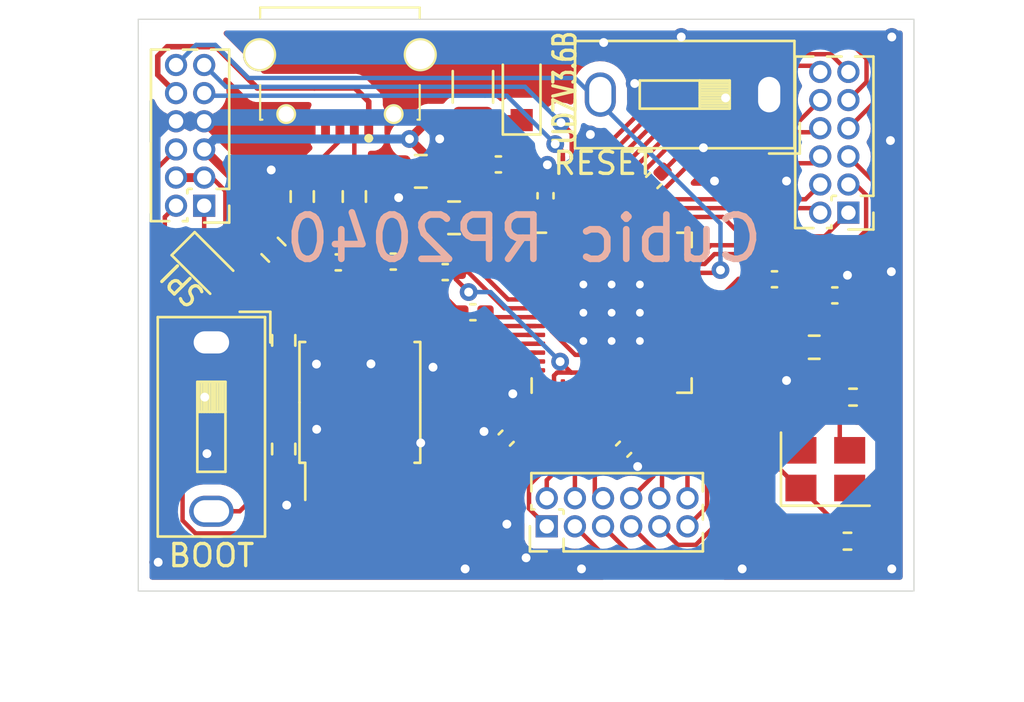
<source format=kicad_pcb>
(kicad_pcb (version 20211014) (generator pcbnew)
  (layers (0 "F.Cu" signal) (31 "B.Cu" signal) (34 "B.Paste" user) (35 "F.Paste" user) (36 "B.SilkS" user "B.Silkscreen") (37 "F.SilkS" user "F.Silkscreen") (38 "B.Mask" user) (39 "F.Mask" user) (44 "Edge.Cuts" user))
  (net 0 "")
  (net 1 "+1V1")
  (net 2 "GND")
  (net 3 "/XIN")
  (net 4 "VDD")
  (net 5 "/~{RESET}")
  (net 6 "/GPIO3")
  (net 7 "/GPIO2")
  (net 8 "/GPIO1")
  (net 9 "/GPIO0")
  (net 10 "/GPIO4")
  (net 11 "/GPIO5")
  (net 12 "/GPIO6")
  (net 13 "/GPIO7")
  (net 14 "/GPIO8")
  (net 15 "/GPIO9")
  (net 16 "/GPIO10")
  (net 17 "/GPIO11")
  (net 18 "/GPIO12")
  (net 19 "/GPIO13")
  (net 20 "/GPIO14")
  (net 21 "/GPIO15")
  (net 22 "/GPIO16")
  (net 23 "/GPIO17")
  (net 24 "/GPIO18")
  (net 25 "/GPIO19")
  (net 26 "/GPIO20")
  (net 27 "/GPIO21")
  (net 28 "+3V3")
  (net 29 "/GPIO22")
  (net 30 "/GPIO23")
  (net 31 "/GPIO24")
  (net 32 "/GPIO25")
  (net 33 "/GPIO26")
  (net 34 "/GPIO27")
  (net 35 "/GPIO28")
  (net 36 "/GPIO29")
  (net 37 "Net-(R1-Pad1)")
  (net 38 "/USB_DP")
  (net 39 "Net-(R2-Pad1)")
  (net 40 "/USB_DM")
  (net 41 "/QSPI_SS")
  (net 42 "Net-(R4-Pad1)")
  (net 43 "/XOUT")
  (net 44 "/QSPI_SD1")
  (net 45 "/QSPI_SD2")
  (net 46 "/QSPI_SD0")
  (net 47 "/QSPI_SCLK_X")
  (net 48 "/QSPI_SD3")
  (net 49 "Net-(D1-Pad2)")
  (net 53 "Net-(R5-Pad2)")
  (footprint "Capacitor_SMD:C_0805_2012Metric" (layer "F.Cu") (at 157.25 133.659389 180)
    (fp_text reference "C11" hide)
    (fp_text value "1.0u")
  )
  (footprint "Capacitor_SMD:C_0402_1005Metric_Pad0.74x0.62mm_HandSolder" (layer "F.Cu") (at 154.506002 135.63493 180)
    (fp_text reference "C9" hide)
    (fp_text value "0.1u")
  )
  (footprint "Capacitor_SMD:C_0402_1005Metric_Pad0.74x0.62mm_HandSolder" (layer "F.Cu") (at 159.25 131.25 180)
    (fp_text reference "C4" hide)
    (fp_text value "0.1u")
  )
  (footprint "Connector_PinHeader_1.27mm:PinHeader_2x06_P1.27mm_Vertical" (layer "F.Cu") (at 161.431443 147.57925 90)
    (fp_text reference "J1" hide)
    (fp_text value "Conn_02x06_Odd_Even")
  )
  (footprint "Capacitor_SMD:C_0402_1005Metric_Pad0.74x0.62mm_HandSolder" (layer "F.Cu") (at 161.377116 132.663997 90)
    (fp_text reference "C3" hide)
    (fp_text value "0.1u")
  )
  (footprint "Capacitor_SMD:C_0805_2012Metric" (layer "F.Cu") (at 155.75 131.563244 180)
    (fp_text reference "C1" hide)
    (fp_text value "1.0u")
  )
  (footprint "Resistor_SMD:R_0603_1608Metric" (layer "F.Cu") (at 173.5 139.5)
    (fp_text reference "R5" hide)
    (fp_text value "1k")
  )
  (footprint "Resistor_SMD:R_0603_1608Metric" (layer "F.Cu") (at 149.1 135.1 -45)
    (fp_text reference "R6" hide)
    (fp_text value "220")
  )
  (footprint "Resistor_SMD:R_0402_1005Metric_Pad0.72x0.64mm_HandSolder" (layer "F.Cu") (at 175.25 141.75 180)
    (fp_text reference "C16" hide)
    (fp_text value "22p")
  )
  (footprint "Connector_PinHeader_1.27mm:PinHeader_2x06_P1.27mm_Vertical" (layer "F.Cu") (at 145.974536 133.114295 180)
    (fp_text reference "J2" hide)
    (fp_text value "Conn_02x06_Odd_Even")
  )
  (footprint "Resistor_SMD:R_0603_1608Metric" (layer "F.Cu") (at 150.4 132.7 90)
    (fp_text reference "R1" hide)
    (fp_text value "27")
  )
  (footprint "Capacitor_SMD:C_0402_1005Metric_Pad0.74x0.62mm_HandSolder" (layer "F.Cu") (at 166.255712 131.980299 45)
    (fp_text reference "C8" hide)
    (fp_text value "0.1u")
  )
  (footprint "Capacitor_SMD:C_0402_1005Metric_Pad0.74x0.62mm_HandSolder" (layer "F.Cu") (at 156.850693 136.108728 180)
    (fp_text reference "C7" hide)
    (fp_text value "0.1u")
  )
  (footprint "Capacitor_SMD:C_0402_1005Metric_Pad0.74x0.62mm_HandSolder" (layer "F.Cu") (at 174.428923 137.159519)
    (fp_text reference "C10" hide)
    (fp_text value "0.1u")
  )
  (footprint "Capacitor_SMD:C_0402_1005Metric_Pad0.74x0.62mm_HandSolder" (layer "F.Cu") (at 171.70684 136.4323)
    (fp_text reference "C12" hide)
    (fp_text value "0.1u")
  )
  (footprint "LED_SMD:LED_0603_1608Metric_Pad1.05x0.95mm_HandSolder" (layer "F.Cu") (at 146.2 136 -45)
    (fp_text reference "D1" hide)
    (fp_text value "LED")
  )
  (footprint "Resistor_SMD:R_0603_1608Metric" (layer "F.Cu") (at 149.563197 144.091164 90)
    (fp_text reference "R4" hide)
    (fp_text value "1k")
  )
  (footprint "Capacitor_SMD:C_1206_3216Metric" (layer "F.Cu") (at 158.1 127.75 90)
    (fp_text reference "C18" hide)
    (fp_text value "100u")
  )
  (footprint "Resistor_SMD:R_0402_1005Metric_Pad0.72x0.64mm_HandSolder" (layer "F.Cu") (at 175 148.25 180)
    (fp_text reference "C15" hide)
    (fp_text value "22p")
  )
  (footprint "Resistor_SMD:R_0603_1608Metric" (layer "F.Cu") (at 149.563197 139.189894 90)
    (fp_text reference "R3" hide)
    (fp_text value "10k")
  )
  (footprint "Capacitor_SMD:C_0402_1005Metric_Pad0.74x0.62mm_HandSolder" (layer "F.Cu") (at 158.1 137.919928 180)
    (fp_text reference "C13" hide)
    (fp_text value "0.1u")
  )
  (footprint "Package_SO:SOIC-8_5.23x5.23mm_P1.27mm" (layer "F.Cu") (at 153 141.987817 90)
    (fp_text reference "U3" hide)
    (fp_text value "W25Q128JVS")
  )
  (footprint "Resistor_SMD:R_0603_1608Metric" (layer "F.Cu") (at 152.75 132.7 90)
    (fp_text reference "R2" hide)
    (fp_text value "27")
  )
  (footprint "Capacitor_SMD:C_0402_1005Metric_Pad0.74x0.62mm_HandSolder" (layer "F.Cu") (at 164.9 144.1 -135)
    (fp_text reference "C5" hide)
    (fp_text value "0.1u")
  )
  (footprint "RP2040_minimal:RP2040-QFN-56" (layer "F.Cu") (at 164.359214 137.942355 90)
    (fp_text reference "U1" hide)
    (fp_text value "RP2040")
  )
  (footprint "Connector_PinHeader_1.27mm:PinHeader_2x06_P1.27mm_Vertical" (layer "F.Cu") (at 175.041329 133.427164 180)
    (fp_text reference "J4" hide)
    (fp_text value "Conn_02x06_Odd_Even")
  )
  (footprint "Button_Switch_THT:SW_DIP_SPSTx01_Slide_9.78x4.72mm_W7.62mm_P2.54mm" (layer "F.Cu") (at 171.4675 128.1 180)
    (fp_text reference "SW2" hide)
    (fp_text value "SW_Push")
  )
  (footprint "Diode_SMD:D_SOD-323_HandSoldering" (layer "F.Cu") (at 160.3 128 90)
    (fp_text reference "D2" hide)
    (fp_text value "UDZV3.6B")
  )
  (footprint "Capacitor_SMD:C_0402_1005Metric_Pad0.74x0.62mm_HandSolder" (layer "F.Cu") (at 159.6 143.6 -135)
    (fp_text reference "C6" hide)
    (fp_text value "0.1u")
  )
  (footprint "MICROXNJ:MICROXNJ" (layer "F.Cu") (at 152.1 126.3)
    (fp_text reference "J3" hide)
    (fp_text value "MICROXNJ" hide)
  )
  (footprint "Button_Switch_THT:SW_DIP_SPSTx01_Slide_9.78x4.72mm_W7.62mm_P2.54mm" (layer "F.Cu") (at 146.3 139.28 -90)
    (fp_text reference "SW1" hide)
    (fp_text value "SW_Push")
  )
  (footprint "Capacitor_SMD:C_0402_1005Metric_Pad0.74x0.62mm_HandSolder" (layer "F.Cu") (at 152.025568 135.670691)
    (fp_text reference "C19" hide)
    (fp_text value "0.1u")
  )
  (footprint "Crystal:Crystal_SMD_3225-4Pin_3.2x2.5mm" (layer "F.Cu") (at 174 145)
    (fp_text reference "Y1" hide)
    (fp_text value "12MHz_Crystal")
  )
  (gr_line (start 178 150.5) (end 178 124.7) (layer "Edge.Cuts") (width 0.05))
  (gr_line (start 143 150.5) (end 143 124.7) (layer "Edge.Cuts") (width 0.05))
  (gr_line (start 143 150.5) (end 178 150.5) (layer "Edge.Cuts") (width 0.05))
  (gr_line (start 143 124.7) (end 178 124.7) (layer "Edge.Cuts") (width 0.05))
  (gr_text "Cubic RP2040" (at 160.4 134.6) (layer "B.SilkS") (effects (font (size 2 2) (thickness 0.3)) (justify mirror)))
  (gr_text "BOOT" (at 146.3 148.8975) (layer "F.SilkS") (effects (font (size 1 1))))
  (gr_text "SPI" (at 145 136.7 135) (layer "F.SilkS") (effects (font (size 1 0.8))))
  (gr_text "UDZV3.6B" (at 162.25 127.8 90) (layer "F.SilkS") (effects (font (size 1 0.7))))
  (gr_text "RESET" (at 164 131.2) (layer "F.SilkS") (effects (font (size 1 1))))
  (segment (start 167.098553 137.342355) (end 166.442151 137.998757) (width 0.2) (layer "F.Cu") (net 1))
  (segment (start 158.889927 138.142355) (end 158.6675 137.919928) (width 0.2) (layer "F.Cu") (net 1))
  (segment (start 160.921714 138.142355) (end 161.454189 138.142355) (width 0.2) (layer "F.Cu") (net 1))
  (segment (start 161.454189 136.142355) (end 160.921714 136.142355) (width 0.2) (layer "F.Cu") (net 1))
  (segment (start 169.157222 137.342355) (end 170.081405 136.418172) (width 0.2) (layer "F.Cu") (net 1))
  (segment (start 161.659214 136.34738) (end 161.454189 136.142355) (width 0.2) (layer "F.Cu") (net 1))
  (segment (start 165.970013 139.842355) (end 162.719303 139.842355) (width 0.2) (layer "F.Cu") (net 1))
  (segment (start 165.984569 139.856911) (end 165.970013 139.842355) (width 0.2) (layer "F.Cu") (net 1))
  (segment (start 158.2 134.074016) (end 158.2 133.659389) (width 0.2) (layer "F.Cu") (net 1))
  (segment (start 160.921714 138.142355) (end 158.889927 138.142355) (width 0.2) (layer "F.Cu") (net 1))
  (segment (start 162.719303 139.842355) (end 161.659214 138.782266) (width 0.2) (layer "F.Cu") (net 1))
  (segment (start 167.796714 137.342355) (end 169.157222 137.342355) (width 0.2) (layer "F.Cu") (net 1))
  (segment (start 166.442151 137.998757) (end 166.442151 139.399329) (width 0.2) (layer "F.Cu") (net 1))
  (segment (start 159.937992 135.812008) (end 158.2 134.074016) (width 0.2) (layer "F.Cu") (net 1))
  (segment (start 161.454189 138.142355) (end 161.659214 137.93733) (width 0.2) (layer "F.Cu") (net 1))
  (segment (start 160.268339 136.142355) (end 159.937992 135.812008) (width 0.2) (layer "F.Cu") (net 1))
  (segment (start 161.659214 137.93733) (end 161.659214 137.892128) (width 0.2) (layer "F.Cu") (net 1))
  (segment (start 161.659214 137.892128) (end 161.659214 136.34738) (width 0.2) (layer "F.Cu") (net 1))
  (segment (start 166.442151 139.399329) (end 165.984569 139.856911) (width 0.2) (layer "F.Cu") (net 1))
  (segment (start 160.921714 136.142355) (end 160.268339 136.142355) (width 0.2) (layer "F.Cu") (net 1))
  (segment (start 170.081405 136.418172) (end 171.212712 136.418172) (width 0.2) (layer "F.Cu") (net 1))
  (segment (start 167.796714 137.342355) (end 167.098553 137.342355) (width 0.2) (layer "F.Cu") (net 1))
  (segment (start 161.659214 138.782266) (end 161.659214 137.892128) (width 0.2) (layer "F.Cu") (net 1))
  (segment (start 174.181704 136.4323) (end 174.908923 137.159519) (width 0.2) (layer "F.Cu") (net 2))
  (segment (start 153.938502 135.63493) (end 154.548022 136.24445) (width 0.2) (layer "F.Cu") (net 2))
  (segment (start 153.663244 132.7) (end 154.031622 132.331622) (width 0.4) (layer "F.Cu") (net 2))
  (segment (start 148.486517 131.813483) (end 149.373034 132.7) (width 0.4) (layer "F.Cu") (net 2))
  (segment (start 151.76548 136.498279) (end 151.76548 141.01548) (width 0.2) (layer "F.Cu") (net 2))
  (segment (start 154.031622 132.331622) (end 154.8 131.563244) (width 0.4) (layer "F.Cu") (net 2))
  (segment (start 154.548022 136.24445) (end 155.25555 136.24445) (width 0.2) (layer "F.Cu") (net 2))
  (segment (start 172.18684 136.4323) (end 174.181704 136.4323) (width 0.2) (layer "F.Cu") (net 2))
  (segment (start 155.063825 131.563244) (end 155.063825 131.676396) (width 0.4) (layer "F.Cu") (net 2))
  (segment (start 152.593068 135.670691) (end 151.76548 136.498279) (width 0.2) (layer "F.Cu") (net 2))
  (segment (start 154.905 145.587817) (end 154.905 144.155) (width 0.2) (layer "F.Cu") (net 2))
  (segment (start 169.032235 138.942355) (end 167.796714 138.942355) (width 0.2) (layer "F.Cu") (net 2))
  (segment (start 149.373034 132.7) (end 153.663244 132.7) (width 0.4) (layer "F.Cu") (net 2))
  (segment (start 156.7 130.2) (end 157.6325 130.2) (width 0.4) (layer "F.Cu") (net 2))
  (segment (start 157.6325 130.2) (end 158.6825 131.25) (width 0.4) (layer "F.Cu") (net 2))
  (segment (start 145.974536 129.304295) (end 145.977329 129.304295) (width 0.4) (layer "F.Cu") (net 2))
  (segment (start 145.977329 129.304295) (end 148.486517 131.813483) (width 0.4) (layer "F.Cu") (net 2))
  (segment (start 161.377116 131.349616) (end 161.459714 131.267018) (width 0.2) (layer "F.Cu") (net 2))
  (segment (start 155.25555 136.24445) (end 156.147471 136.24445) (width 0.2) (layer "F.Cu") (net 2))
  (segment (start 156.147471 136.24445) (end 156.283193 136.108728) (width 0.2) (layer "F.Cu") (net 2))
  (segment (start 155.857022 136.24445) (end 157.5325 137.919928) (width 0.2) (layer "F.Cu") (net 2))
  (segment (start 170.25 149.5) (end 170.72519 149.02481) (width 0.2) (layer "F.Cu") (net 2))
  (segment (start 170.72519 140.63531) (end 169.032235 138.942355) (width 0.2) (layer "F.Cu") (net 2))
  (segment (start 161.377116 132.183997) (end 161.377116 131.349616) (width 0.2) (layer "F.Cu") (net 2))
  (segment (start 170.72519 149.02481) (end 170.72519 140.63531) (width 0.2) (layer "F.Cu") (net 2))
  (segment (start 154.905 144.155) (end 151.76548 141.01548) (width 0.2) (layer "F.Cu") (net 2))
  (segment (start 167.73748 130.498531) (end 166.656995 131.579016) (width 0.2) (layer "F.Cu") (net 2))
  (segment (start 156.6 130.1) (end 156.7 130.2) (width 0.4) (layer "F.Cu") (net 2))
  (segment (start 144.704536 129.304295) (end 145.974536 129.304295) (width 0.4) (layer "F.Cu") (net 2))
  (segment (start 168.5 130.498531) (end 167.73748 130.498531) (width 0.2) (layer "F.Cu") (net 2))
  (segment (start 155 145.492817) (end 154.905 145.587817) (width 0.2) (layer "F.Cu") (net 2))
  (segment (start 155.25555 136.24445) (end 155.857022 136.24445) (width 0.2) (layer "F.Cu") (net 2))
  (via (at 176.979438 136.088606) (size 0.8) (drill 0.4) (layers "F.Cu" "B.Cu") (net 2))
  (via (at 157.75 149.5) (size 0.8) (drill 0.4) (layers "F.Cu" "B.Cu") (net 2))
  (via (at 158.6 143.3) (size 0.8) (drill 0.4) (layers "F.Cu" "B.Cu") (net 2))
  (via (at 161.459714 131.267018) (size 0.8) (drill 0.4) (layers "F.Cu" "B.Cu") (net 2))
  (via (at 172.25 141) (size 0.8) (drill 0.4) (layers "F.Cu" "B.Cu") (net 2))
  (via (at 172.25 132) (size 0.8) (drill 0.4) (layers "F.Cu" "B.Cu") (net 2))
  (via (at 156.3 140.4) (size 0.8) (drill 0.4) (layers "F.Cu" "B.Cu") (net 2))
  (via (at 156.6 130.1) (size 0.8) (drill 0.4) (layers "F.Cu" "B.Cu") (net 2))
  (via (at 165.4 127.6) (size 0.8) (drill 0.4) (layers "F.Cu" "B.Cu") (net 2))
  (via (at 175 136.25) (size 0.8) (drill 0.4) (layers "F.Cu" "B.Cu") (net 2))
  (via (at 146 141.75) (size 0.8) (drill 0.4) (layers "F.Cu" "B.Cu") (net 2))
  (via (at 149 131.5) (size 0.8) (drill 0.4) (layers "F.Cu" "B.Cu") (net 2))
  (via (at 169 132) (size 0.8) (drill 0.4) (layers "F.Cu" "B.Cu") (net 2))
  (via (at 165.533388 144.880725) (size 0.8) (drill 0.4) (layers "F.Cu" "B.Cu") (net 2))
  (via (at 154.75 132.75) (size 0.8) (drill 0.4) (layers "F.Cu" "B.Cu") (net 2))
  (via (at 170.25 149.5) (size 0.8) (drill 0.4) (layers "F.Cu" "B.Cu") (net 2))
  (via (at 164 125.75) (size 0.8) (drill 0.4) (layers "F.Cu" "B.Cu") (net 2))
  (via (at 177 149.5) (size 0.8) (drill 0.4) (layers "F.Cu" "B.Cu") (net 2))
  (via (at 153.5 140.25) (size 0.8) (drill 0.4) (layers "F.Cu" "B.Cu") (net 2))
  (via (at 149.697128 146.6223) (size 0.8) (drill 0.4) (layers "F.Cu" "B.Cu") (net 2))
  (via (at 168.5 130.498531) (size 0.8) (drill 0.4) (layers "F.Cu" "B.Cu") (net 2))
  (via (at 163.4 129.9) (size 0.8) (drill 0.4) (layers "F.Cu" "B.Cu") (net 2))
  (via (at 176.938988 130.172742) (size 0.8) (drill 0.4) (layers "F.Cu" "B.Cu") (net 2))
  (via (at 151.040581 140.259716) (size 0.8) (drill 0.4) (layers "F.Cu" "B.Cu") (net 2))
  (via (at 159.9 141.6) (size 0.8) (drill 0.4) (layers "F.Cu" "B.Cu") (net 2))
  (via (at 160.5 149) (size 0.8) (drill 0.4) (layers "F.Cu" "B.Cu") (net 2))
  (via (at 177 125.5) (size 0.8) (drill 0.4) (layers "F.Cu" "B.Cu") (net 2))
  (via (at 151.05 143.2) (size 0.8) (drill 0.4) (layers "F.Cu" "B.Cu") (net 2))
  (via (at 159.63129 147.481954) (size 0.8) (drill 0.4) (layers "F.Cu" "B.Cu") (net 2))
  (via (at 155.744452 143.816819) (size 0.8) (drill 0.4) (layers "F.Cu" "B.Cu") (net 2))
  (via (at 167.5 125.5) (size 0.8) (drill 0.4) (layers "F.Cu" "B.Cu") (net 2))
  (via (at 143.9 149.2) (size 0.8) (drill 0.4) (layers "F.Cu" "B.Cu") (net 2))
  (via (at 146.1 144.3) (size 0.8) (drill 0.4) (layers "F.Cu" "B.Cu") (net 2))
  (via (at 163 149.5) (size 0.8) (drill 0.4) (layers "F.Cu" "B.Cu") (net 2))
  (via (at 169.5 128.25) (size 0.8) (drill 0.4) (layers "F.Cu" "B.Cu") (net 2))
  (segment (start 143.804536 136.554536) (end 145.7325 138.4825) (width 0.4) (layer "B.Cu") (net 2))
  (segment (start 144.704536 129.304295) (end 144.445705 129.304295) (width 0.4) (layer "B.Cu") (net 2))
  (segment (start 154.445705 129.304295) (end 154.695705 129.304295) (width 0.4) (layer "B.Cu") (net 2))
  (segment (start 154.695705 129.304295) (end 155.804295 129.304295) (width 0.4) (layer "B.Cu") (net 2))
  (segment (start 145.974536 129.304295) (end 154.445705 129.304295) (width 0.4) (layer "B.Cu") (net 2))
  (segment (start 145.7325 138.4825) (end 146.202933 138.4825) (width 0.4) (layer "B.Cu") (net 2))
  (segment (start 144.445705 129.304295) (end 143.804536 129.945464) (width 0.4) (layer "B.Cu") (net 2))
  (segment (start 155.804295 129.304295) (end 156.6 130.1) (width 0.4) (layer "B.Cu") (net 2))
  (segment (start 143.804536 129.945464) (end 143.804536 136.554536) (width 0.4) (layer "B.Cu") (net 2))
  (segment (start 174.4025 148.25) (end 174.4025 147.3525) (width 0.2) (layer "F.Cu") (net 3))
  (segment (start 169.340129 138.542355) (end 170.548887 139.751113) (width 0.2) (layer "F.Cu") (net 3))
  (segment (start 167.796714 138.542355) (end 169.340129 138.542355) (width 0.2) (layer "F.Cu") (net 3))
  (segment (start 171.12519 140.97481) (end 171.12519 140.327416) (width 0.2) (layer "F.Cu") (net 3))
  (segment (start 172.8 145.85) (end 172.9 145.85) (width 0.2) (layer "F.Cu") (net 3))
  (segment (start 171.975 145.025) (end 172.8 145.85) (width 0.2) (layer "F.Cu") (net 3))
  (segment (start 171.975 145.025) (end 171.12519 144.17519) (width 0.2) (layer "F.Cu") (net 3))
  (segment (start 171.12519 144.17519) (end 171.12519 140.97481) (width 0.2) (layer "F.Cu") (net 3))
  (segment (start 174.4025 147.3525) (end 172.9 145.85) (width 0.2) (layer "F.Cu") (net 3))
  (segment (start 171.12519 140.97481) (end 171.12519 140.469625) (width 0.2) (layer "F.Cu") (net 3))
  (segment (start 171.12519 140.327416) (end 170.548887 139.751113) (width 0.2) (layer "F.Cu") (net 3))
  (segment (start 144.704536 128.034295) (end 143.879536 127.209295) (width 0.25) (layer "F.Cu") (net 4))
  (segment (start 153.4 128.42) (end 153.4 129.5) (width 0.25) (layer "F.Cu") (net 4))
  (segment (start 143.879536 126.370464) (end 144.310705 125.939295) (width 0.25) (layer "F.Cu") (net 4))
  (segment (start 150.95 127.8) (end 148.37141 127.8) (width 0.25) (layer "F.Cu") (net 4))
  (segment (start 152.78 127.8) (end 150.95 127.8) (width 0.25) (layer "F.Cu") (net 4))
  (segment (start 152.78 127.8) (end 153.4 128.42) (width 0.25) (layer "F.Cu") (net 4))
  (segment (start 148.37141 127.8) (end 146.660705 126.089295) (width 0.25) (layer "F.Cu") (net 4))
  (segment (start 146.510705 125.939295) (end 146.660705 126.089295) (width 0.25) (layer "F.Cu") (net 4))
  (segment (start 144.310705 125.939295) (end 146.510705 125.939295) (width 0.25) (layer "F.Cu") (net 4))
  (segment (start 143.879536 127.209295) (end 143.879536 126.370464) (width 0.25) (layer "F.Cu") (net 4))
  (segment (start 167.796714 136.142355) (end 169.14465 136.142355) (width 0.2) (layer "F.Cu") (net 5))
  (segment (start 169.14465 136.142355) (end 169.269872 136.017133) (width 0.2) (layer "F.Cu") (net 5))
  (via (at 169.269872 136.017133) (size 0.8) (drill 0.4) (layers "F.Cu" "B.Cu") (net 5))
  (segment (start 145.609416 125.859416) (end 146.478781 125.859416) (width 0.2) (layer "B.Cu") (net 5))
  (segment (start 169.269872 133.922372) (end 169.269872 136.017133) (width 0.2) (layer "B.Cu") (net 5))
  (segment (start 144.704536 126.764295) (end 145.609416 125.859416) (width 0.2) (layer "B.Cu") (net 5))
  (segment (start 146.478781 125.859416) (end 147.969365 127.35) (width 0.2) (layer "B.Cu") (net 5))
  (segment (start 147.969365 127.35) (end 162.6975 127.35) (width 0.2) (layer "B.Cu") (net 5))
  (segment (start 162.6975 127.35) (end 169.269872 133.922372) (width 0.2) (layer "B.Cu") (net 5))
  (segment (start 156.699596 149.1) (end 160.224825 145.574772) (width 0.2) (layer "F.Cu") (net 6))
  (segment (start 160.224825 145.574772) (end 160.224825 145.571601) (width 0.2) (layer "F.Cu") (net 6))
  (segment (start 143.8 131.47883) (end 143.8 147.811272) (width 0.2) (layer "F.Cu") (net 6))
  (segment (start 163.359214 142.437212) (end 163.359214 141.379855) (width 0.2) (layer "F.Cu") (net 6))
  (segment (start 143.8 147.811272) (end 145.088728 149.1) (width 0.2) (layer "F.Cu") (net 6))
  (segment (start 160.224825 145.571601) (end 163.359214 142.437212) (width 0.2) (layer "F.Cu") (net 6))
  (segment (start 144.704536 130.574295) (end 143.8 131.47883) (width 0.2) (layer "F.Cu") (net 6))
  (segment (start 145.088728 149.1) (end 156.699596 149.1) (width 0.2) (layer "F.Cu") (net 6))
  (segment (start 145.254414 148.7) (end 144.2 147.645586) (width 0.2) (layer "F.Cu") (net 7))
  (segment (start 144.2 147.645586) (end 144.2 133.618831) (width 0.2) (layer "F.Cu") (net 7))
  (segment (start 144.2 133.618831) (end 144.704536 133.114295) (width 0.2) (layer "F.Cu") (net 7))
  (segment (start 156.53391 148.7) (end 145.254414 148.7) (width 0.2) (layer "F.Cu") (net 7))
  (segment (start 159.824825 145.405915) (end 159.824825 145.409086) (width 0.2) (layer "F.Cu") (net 7))
  (segment (start 162.959214 141.379855) (end 162.959214 142.271526) (width 0.2) (layer "F.Cu") (net 7))
  (segment (start 162.959214 142.271526) (end 159.824825 145.405915) (width 0.2) (layer "F.Cu") (net 7))
  (segment (start 159.824825 145.409086) (end 156.53391 148.7) (width 0.2) (layer "F.Cu") (net 7))
  (segment (start 162.559214 141.379855) (end 162.559214 142.10584) (width 0.2) (layer "F.Cu") (net 8))
  (segment (start 145.974536 133.114295) (end 145.974536 133.825464) (width 0.2) (layer "F.Cu") (net 8))
  (segment (start 145.974536 134.988028) (end 145.581282 135.381282) (width 0.2) (layer "F.Cu") (net 8))
  (segment (start 162.559214 142.10584) (end 156.365054 148.3) (width 0.2) (layer "F.Cu") (net 8))
  (segment (start 156.365054 148.3) (end 145.4201 148.3) (width 0.2) (layer "F.Cu") (net 8))
  (segment (start 144.6 136.362564) (end 144.6 147.4799) (width 0.2) (layer "F.Cu") (net 8))
  (segment (start 145.974536 133.825464) (end 145.974536 134.988028) (width 0.2) (layer "F.Cu") (net 8))
  (segment (start 145.581282 135.381282) (end 144.6 136.362564) (width 0.2) (layer "F.Cu") (net 8))
  (segment (start 145.4201 148.3) (end 144.6 147.4799) (width 0.2) (layer "F.Cu") (net 8))
  (segment (start 146.930635 135.269365) (end 145 137.2) (width 0.2) (layer "F.Cu") (net 9))
  (segment (start 145 137.2) (end 145 147.314214) (width 0.2) (layer "F.Cu") (net 9))
  (segment (start 162.159214 141.940154) (end 162.159214 141.379855) (width 0.2) (layer "F.Cu") (net 9))
  (segment (start 146.326351 131.844295) (end 146.930635 132.448579) (width 0.2) (layer "F.Cu") (net 9))
  (segment (start 145.974536 131.844295) (end 146.326351 131.844295) (width 0.2) (layer "F.Cu") (net 9))
  (segment (start 144.704536 131.844295) (end 145.974536 131.844295) (width 0.4) (layer "F.Cu") (net 9))
  (segment (start 146.930635 132.448579) (end 146.930635 135.269365) (width 0.2) (layer "F.Cu") (net 9))
  (segment (start 145 147.314214) (end 145.585786 147.9) (width 0.2) (layer "F.Cu") (net 9))
  (segment (start 152.9 147.9) (end 152.903363 147.896637) (width 0.2) (layer "F.Cu") (net 9))
  (segment (start 156.202731 147.896637) (end 162.159214 141.940154) (width 0.2) (layer "F.Cu") (net 9))
  (segment (start 156.202731 147.896637) (end 152.903363 147.896637) (width 0.2) (layer "F.Cu") (net 9))
  (segment (start 145.585786 147.9) (end 152.9 147.9) (width 0.2) (layer "F.Cu") (net 9))
  (segment (start 163.759214 142.602898) (end 160.631443 145.730669) (width 0.2) (layer "F.Cu") (net 10))
  (segment (start 161.431443 147.57925) (end 160.631443 146.77925) (width 0.2) (layer "F.Cu") (net 10))
  (segment (start 160.631443 146.77925) (end 160.631443 145.730669) (width 0.2) (layer "F.Cu") (net 10))
  (segment (start 163.759214 141.379855) (end 163.759214 142.602898) (width 0.2) (layer "F.Cu") (net 10))
  (segment (start 164.159214 141.379855) (end 164.159214 142.768584) (width 0.2) (layer "F.Cu") (net 11))
  (segment (start 161.431443 145.496355) (end 164.159214 142.768584) (width 0.2) (layer "F.Cu") (net 11))
  (segment (start 161.431443 146.30925) (end 161.431443 145.496355) (width 0.2) (layer "F.Cu") (net 11))
  (segment (start 164.559214 142.962185) (end 162.701443 144.819956) (width 0.2) (layer "F.Cu") (net 12))
  (segment (start 162.701443 144.819956) (end 162.701443 146.30925) (width 0.2) (layer "F.Cu") (net 12))
  (segment (start 164.559214 141.379855) (end 164.559214 142.962185) (width 0.2) (layer "F.Cu") (net 12))
  (segment (start 163.6 146.1) (end 163.6 144.487084) (width 0.2) (layer "F.Cu") (net 13))
  (segment (start 163.762193 146.1) (end 163.6 146.1) (width 0.2) (layer "F.Cu") (net 13))
  (segment (start 164.959214 143.127871) (end 164.959214 141.379855) (width 0.2) (layer "F.Cu") (net 13))
  (segment (start 163.6 144.487084) (end 164.959214 143.127871) (width 0.2) (layer "F.Cu") (net 13))
  (segment (start 166.232888 145.317805) (end 166.232888 143.329787) (width 0.2) (layer "F.Cu") (net 14))
  (segment (start 165.241443 146.30925) (end 166.232888 145.317805) (width 0.2) (layer "F.Cu") (net 14))
  (segment (start 165.759214 141.379855) (end 165.759214 142.856113) (width 0.2) (layer "F.Cu") (net 14))
  (segment (start 166.232888 143.329787) (end 165.759214 142.856113) (width 0.2) (layer "F.Cu") (net 14))
  (segment (start 166.159214 142.690427) (end 166.632888 143.164101) (width 0.2) (layer "F.Cu") (net 15))
  (segment (start 166.632888 143.164101) (end 166.632888 146.187805) (width 0.2) (layer "F.Cu") (net 15))
  (segment (start 166.632888 146.187805) (end 166.511443 146.30925) (width 0.2) (layer "F.Cu") (net 15))
  (segment (start 166.159214 141.379855) (end 166.159214 142.690427) (width 0.2) (layer "F.Cu") (net 15))
  (segment (start 167.781443 143.74697) (end 167.781443 146.30925) (width 0.2) (layer "F.Cu") (net 16))
  (segment (start 166.559214 142.524741) (end 167.781443 143.74697) (width 0.2) (layer "F.Cu") (net 16))
  (segment (start 166.559214 141.379855) (end 166.559214 142.524741) (width 0.2) (layer "F.Cu") (net 16))
  (segment (start 168.664054 144.335946) (end 168.664054 146.696639) (width 0.2) (layer "F.Cu") (net 17))
  (segment (start 168.664054 143.914054) (end 168.664054 144.335946) (width 0.2) (layer "F.Cu") (net 17))
  (segment (start 166.959214 142.209214) (end 168.664054 143.914054) (width 0.2) (layer "F.Cu") (net 17))
  (segment (start 166.959214 141.379855) (end 166.959214 142.209214) (width 0.2) (layer "F.Cu") (net 17))
  (segment (start 168.664054 146.696639) (end 167.781443 147.57925) (width 0.2) (layer "F.Cu") (net 17))
  (segment (start 167.796714 140.542355) (end 168.369491 140.542355) (width 0.2) (layer "F.Cu") (net 18))
  (segment (start 169.064054 147.508535) (end 168.157663 148.414926) (width 0.2) (layer "F.Cu") (net 18))
  (segment (start 168.157663 148.414926) (end 167.347119 148.414926) (width 0.2) (layer "F.Cu") (net 18))
  (segment (start 168.369491 140.542355) (end 169.064054 141.236918) (width 0.2) (layer "F.Cu") (net 18))
  (segment (start 169.064054 141.236918) (end 169.064054 147.508535) (width 0.2) (layer "F.Cu") (net 18))
  (segment (start 167.347119 148.414926) (end 166.511443 147.57925) (width 0.2) (layer "F.Cu") (net 18))
  (segment (start 169.464054 141.071232) (end 168.535177 140.142355) (width 0.2) (layer "F.Cu") (net 19))
  (segment (start 168.301009 148.850008) (end 169.464054 147.686963) (width 0.2) (layer "F.Cu") (net 19))
  (segment (start 166.512201 148.850008) (end 168.301009 148.850008) (width 0.2) (layer "F.Cu") (net 19))
  (segment (start 169.464054 147.686963) (end 169.464054 141.071232) (width 0.2) (layer "F.Cu") (net 19))
  (segment (start 165.241443 147.57925) (end 166.512201 148.850008) (width 0.2) (layer "F.Cu") (net 19))
  (segment (start 168.535177 140.142355) (end 167.796714 140.142355) (width 0.2) (layer "F.Cu") (net 19))
  (segment (start 165.642201 149.250008) (end 163.971443 147.57925) (width 0.2) (layer "F.Cu") (net 20))
  (segment (start 169.92519 140.966682) (end 169.92519 147.791513) (width 0.2) (layer "F.Cu") (net 20))
  (segment (start 168.700863 139.742355) (end 169.92519 140.966682) (width 0.2) (layer "F.Cu") (net 20))
  (segment (start 168.466694 149.250008) (end 165.642201 149.250008) (width 0.2) (layer "F.Cu") (net 20))
  (segment (start 169.92519 147.791513) (end 168.466694 149.250008) (width 0.2) (layer "F.Cu") (net 20))
  (segment (start 167.796714 139.742355) (end 168.700863 139.742355) (width 0.2) (layer "F.Cu") (net 20))
  (segment (start 168.866549 139.342355) (end 170.32519 140.800997) (width 0.2) (layer "F.Cu") (net 21))
  (segment (start 170.32519 140.800997) (end 170.32519 147.957199) (width 0.2) (layer "F.Cu") (net 21))
  (segment (start 168.609024 149.673365) (end 170.32519 147.957199) (width 0.2) (layer "F.Cu") (net 21))
  (segment (start 162.701443 147.57925) (end 164.795558 149.673365) (width 0.2) (layer "F.Cu") (net 21))
  (segment (start 164.795558 149.673365) (end 168.609024 149.673365) (width 0.2) (layer "F.Cu") (net 21))
  (segment (start 167.796714 139.342355) (end 168.866549 139.342355) (width 0.2) (layer "F.Cu") (net 21))
  (segment (start 167.796714 135.742355) (end 168.555406 135.742355) (width 0.2) (layer "F.Cu") (net 22))
  (segment (start 168.555406 135.742355) (end 169 135.297761) (width 0.2) (layer "F.Cu") (net 22))
  (segment (start 176.241328 134.39285) (end 176.241328 134.241328) (width 0.2) (layer "F.Cu") (net 22))
  (segment (start 176.241329 132.087164) (end 176.202082 132.047918) (width 0.2) (layer "F.Cu") (net 22))
  (segment (start 176.241328 132.087164) (end 176.202082 132.047918) (width 0.2) (layer "F.Cu") (net 22))
  (segment (start 176.202082 132.047918) (end 175.041329 130.887164) (width 0.2) (layer "F.Cu") (net 22))
  (segment (start 175.336417 135.297761) (end 176.241328 134.39285) (width 0.2) (layer "F.Cu") (net 22))
  (segment (start 169 135.297761) (end 175.336417 135.297761) (width 0.2) (layer "F.Cu") (net 22))
  (segment (start 176.241328 134.241328) (end 176.241328 132.087164) (width 0.2) (layer "F.Cu") (net 22))
  (segment (start 168.834314 134.897761) (end 175.170731 134.897761) (width 0.2) (layer "F.Cu") (net 23))
  (segment (start 175.170731 134.897761) (end 175.841329 134.227164) (width 0.2) (layer "F.Cu") (net 23))
  (segment (start 175.841329 134.227164) (end 175.841329 132.627164) (width 0.2) (layer "F.Cu") (net 23))
  (segment (start 168.38972 135.342355) (end 168.834314 134.897761) (width 0.2) (layer "F.Cu") (net 23))
  (segment (start 175.371329 132.157164) (end 175.041329 132.157164) (width 0.2) (layer "F.Cu") (net 23))
  (segment (start 175.841329 132.627164) (end 175.371329 132.157164) (width 0.2) (layer "F.Cu") (net 23))
  (segment (start 167.796714 135.342355) (end 168.38972 135.342355) (width 0.2) (layer "F.Cu") (net 23))
  (segment (start 170.252239 134.497761) (end 169.377239 133.622761) (width 0.2) (layer "F.Cu") (net 24))
  (segment (start 175.041329 133.427164) (end 173.970732 134.497761) (width 0.2) (layer "F.Cu") (net 24))
  (segment (start 169.377239 133.622761) (end 167.309613 133.622761) (width 0.2) (layer "F.Cu") (net 24))
  (segment (start 167.309613 133.622761) (end 166.959214 133.973161) (width 0.2) (layer "F.Cu") (net 24))
  (segment (start 166.959214 133.973161) (end 166.959214 134.504855) (width 0.2) (layer "F.Cu") (net 24))
  (segment (start 173.970732 134.497761) (end 170.252239 134.497761) (width 0.2) (layer "F.Cu") (net 24))
  (segment (start 166.559214 134.504855) (end 166.559214 133.807475) (width 0.2) (layer "F.Cu") (net 25))
  (segment (start 173.566926 133.222761) (end 173.771329 133.427164) (width 0.2) (layer "F.Cu") (net 25))
  (segment (start 167.143928 133.222761) (end 173.566926 133.222761) (width 0.2) (layer "F.Cu") (net 25))
  (segment (start 166.559214 133.807475) (end 167.143928 133.222761) (width 0.2) (layer "F.Cu") (net 25))
  (segment (start 166.978243 132.822761) (end 173.105732 132.822761) (width 0.2) (layer "F.Cu") (net 26))
  (segment (start 166.159214 134.504855) (end 166.159214 133.641789) (width 0.2) (layer "F.Cu") (net 26))
  (segment (start 166.159214 133.641789) (end 166.978243 132.822761) (width 0.2) (layer "F.Cu") (net 26))
  (segment (start 173.105732 132.822761) (end 173.771329 132.157164) (width 0.2) (layer "F.Cu") (net 26))
  (segment (start 165.759214 134.504855) (end 165.759214 133.339467) (width 0.2) (layer "F.Cu") (net 27))
  (segment (start 173.460451 131.198042) (end 173.771329 130.887164) (width 0.2) (layer "F.Cu") (net 27))
  (segment (start 165.763929 133.339467) (end 165.763929 133.334752) (width 0.2) (layer "F.Cu") (net 27))
  (segment (start 165.759214 133.339467) (end 165.763929 133.339467) (width 0.2) (layer "F.Cu") (net 27))
  (segment (start 167.900638 131.198042) (end 173.460451 131.198042) (width 0.2) (layer "F.Cu") (net 27))
  (segment (start 165.763929 133.334752) (end 167.900638 131.198042) (width 0.2) (layer "F.Cu") (net 27))
  (segment (start 160.7 130.95) (end 160.7 132.466882) (width 0.2) (layer "F.Cu") (net 28))
  (segment (start 157.330693 136.108728) (end 157.330693 136.43338) (width 0.2) (layer "F.Cu") (net 28))
  (segment (start 159.75 130) (end 158.975 129.225) (width 0.2) (layer "F.Cu") (net 28))
  (segment (start 162.554111 140.642355) (end 162.530059 140.642355) (width 0.2) (layer "F.Cu") (net 28))
  (segment (start 169.896254 137.169009) (end 173.939433 137.169009) (width 0.2) (layer "F.Cu") (net 28))
  (segment (start 151.095 138.387817) (end 151.095 135.845) (width 0.2) (layer "F.Cu") (net 28))
  (segment (start 165.359214 134.504855) (end 165.359214 135.04966) (width 0.2) (layer "F.Cu") (net 28))
  (segment (start 167.796714 137.742355) (end 167.264239 137.742355) (width 0.2) (layer "F.Cu") (net 28))
  (segment (start 161.759214 134.504855) (end 161.759214 133.613595) (width 0.2) (layer "F.Cu") (net 28))
  (segment (start 165.359214 134.504855) (end 165.359214 132.876797) (width 0.2) (layer "F.Cu") (net 28))
  (segment (start 157.330693 136.43338) (end 157.907855 137.010542) (width 0.2) (layer "F.Cu") (net 28))
  (segment (start 165.359214 141.379855) (end 165.359214 143.579863) (width 0.2) (layer "F.Cu") (net 28))
  (segment (start 160.921714 135.342355) (end 160.592355 135.342355) (width 0.2) (layer "F.Cu") (net 28))
  (segment (start 160.7 132.466882) (end 161.377116 133.143997) (width 0.2) (layer "F.Cu") (net 28))
  (segment (start 159.271714 134.580044) (end 159.271714 133.228286) (width 0.2) (layer "F.Cu") (net 28))
  (segment (start 161.759214 140.779335) (end 161.896194 140.642355) (width 0.2) (layer "F.Cu") (net 28))
  (segment (start 160.921714 135.742355) (end 160.434025 135.742355) (width 0.2) (layer "F.Cu") (net 28))
  (segment (start 162.554111 140.642355) (end 165.424809 140.642355) (width 0.2) (layer "F.Cu") (net 28))
  (segment (start 167.059214 139.93733) (end 167.059214 140.33733) (width 0.2) (layer "F.Cu") (net 28))
  (segment (start 165.359214 141.379855) (end 165.359214 140.70795) (width 0.2) (layer "F.Cu") (net 28))
  (segment (start 167.059214 140.33733) (end 166.754189 140.642355) (width 0.2) (layer "F.Cu") (net 28))
  (segment (start 159.8175 134.5675) (end 159.8175 131.25) (width 0.2) (layer "F.Cu") (net 28))
  (segment (start 156.590812 135.484389) (end 156.706354 135.484389) (width 0.2) (layer "F.Cu") (net 28))
  (segment (start 161.99848 135.276449) (end 161.759214 135.037183) (width 0.2) (layer "F.Cu") (net 28))
  (segment (start 157.832087 135.484389) (end 156.590812 135.484389) (width 0.2) (layer "F.Cu") (net 28))
  (segment (start 159.271714 133.228286) (end 157.606672 131.563244) (width 0.2) (layer "F.Cu") (net 28))
  (segment (start 169.322908 137.742355) (end 169.896254 137.169009) (width 0.2) (layer "F.Cu") (net 28))
  (segment (start 150.291682 134.888648) (end 150.051517 134.648483) (width 0.2) (layer "F.Cu") (net 28))
  (segment (start 157.885996 136.108728) (end 159.519623 137.742355) (width 0.2) (layer "F.Cu") (net 28))
  (segment (start 155.136543 135.484389) (end 154.986002 135.63493) (width 0.2) (layer "F.Cu") (net 28))
  (segment (start 155.240551 130.103795) (end 156.7 131.563244) (width 0.4) (layer "F.Cu") (net 28))
  (segment (start 166.754189 140.642355) (end 165.775198 140.642355) (width 0.2) (layer "F.Cu") (net 28))
  (segment (start 165.359214 140.70795) (end 165.424809 140.642355) (width 0.2) (layer "F.Cu") (net 28))
  (segment (start 161.759214 141.740786) (end 160.301283 143.198717) (width 0.2) (layer "F.Cu") (net 28))
  (segment (start 160.921714 137.342355) (end 159.690053 137.342355) (width 0.2) (layer "F.Cu") (net 28))
  (segment (start 161.759214 141.379855) (end 161.759214 140.779335) (width 0.2) (layer "F.Cu") (net 28))
  (segment (start 165.424809 140.642355) (end 165.775198 140.642355) (width 0.2) (layer "F.Cu") (net 28))
  (segment (start 159.8175 130.0675) (end 159.75 130) (width 0.2) (layer "F.Cu") (net 28))
  (segment (start 160.434025 135.742355) (end 159.271714 134.580044) (width 0.2) (layer "F.Cu") (net 28))
  (segment (start 160.301283 143.198717) (end 160.001283 143.198717) (width 0.2) (layer "F.Cu") (net 28))
  (segment (start 154.986002 135.63493) (end 154.23972 134.888648) (width 0.2) (layer "F.Cu") (net 28))
  (segment (start 155.240551 130.103795) (end 156.119346 129.225) (width 0.4) (layer "F.Cu") (net 28))
  (segment (start 145.977329 130.574295) (end 148.651517 133.248483) (width 0.4) (layer "F.Cu") (net 28))
  (segment (start 157.606672 131.563244) (end 156.963825 131.563244) (width 0.2) (layer "F.Cu") (net 28))
  (segment (start 159.8175 131.25) (end 159.8175 130.0675) (width 0.2) (layer "F.Cu") (net 28))
  (segment (start 159.75 130) (end 160.7 130.95) (width 0.2) (layer "F.Cu") (net 28))
  (segment (start 161.759214 135.037183) (end 161.759214 134.504855) (width 0.2) (layer "F.Cu") (net 28))
  (segment (start 167.264239 137.742355) (end 167.059214 137.94738) (width 0.2) (layer "F.Cu") (net 28))
  (segment (start 151.073725 135.670691) (end 151.458068 135.670691) (width 0.4) (layer "F.Cu") (net 28))
  (segment (start 165.132425 135.276449) (end 161.99848 135.276449) (width 0.2) (layer "F.Cu") (net 28))
  (segment (start 161.759214 141.379855) (end 161.759214 141.740786) (width 0.2) (layer "F.Cu") (net 28))
  (segment (start 160.592355 135.342355) (end 159.8175 134.5675) (width 0.2) (layer "F.Cu") (net 28))
  (segment (start 160.921714 135.342355) (end 160.584353 135.342355) (width 0.2) (layer "F.Cu") (net 28))
  (segment (start 154.23972 134.888648) (end 150.291682 134.888648) (width 0.2) (layer "F.Cu") (net 28))
  (segment (start 156.590812 135.484389) (end 155.136543 135.484389) (width 0.2) (layer "F.Cu") (net 28))
  (segment (start 151.072077 138.364894) (end 151.095 138.387817) (width 0.2) (layer "F.Cu") (net 28))
  (segment (start 161.759214 133.613595) (end 161.377116 133.231497) (width 0.2) (layer "F.Cu") (net 28))
  (segment (start 160.275 129.225) (end 160.3 129.25) (width 0.4) (layer "F.Cu") (net 28))
  (segment (start 167.796714 137.742355) (end 169.322908 137.742355) (width 0.2) (layer "F.Cu") (net 28))
  (segment (start 148.516637 134.516637) (end 148.516637 133.383363) (width 0.2) (layer "F.Cu") (net 28))
  (segment (start 165.359214 135.04966) (end 165.132425 135.276449) (width 0.2) (layer "F.Cu") (net 28))
  (segment (start 148.516637 133.383363) (end 148.651517 133.248483) (width 0.2) (layer "F.Cu") (net 28))
  (segment (start 162.530059 140.642355) (end 162.035397 140.147693) (width 0.2) (layer "F.Cu") (net 28))
  (segment (start 165.359214 132.876797) (end 165.916301 132.31971) (width 0.2) (layer "F.Cu") (net 28))
  (segment (start 159.519623 137.742355) (end 160.921714 137.742355) (width 0.2) (layer "F.Cu") (net 28))
  (segment (start 161.896194 140.642355) (end 162.554111 140.642355) (width 0.2) (layer "F.Cu") (net 28))
  (segment (start 145.974536 130.574295) (end 145.977329 130.574295) (width 0.4) (layer "F.Cu") (net 28))
  (segment (start 150.051517 134.648483) (end 151.073725 135.670691) (width 0.4) (layer "F.Cu") (net 28))
  (segment (start 156.119346 129.225) (end 158.1 129.225) (width 0.4) (layer "F.Cu") (net 28))
  (segment (start 157.330693 136.108728) (end 157.885996 136.108728) (width 0.2) (layer "F.Cu") (net 28))
  (segment (start 149.563197 138.364894) (end 151.072077 138.364894) (width 0.2) (layer "F.Cu") (net 28))
  (segment (start 159.690053 137.342355) (end 157.832087 135.484389) (width 0.2) (layer "F.Cu") (net 28))
  (segment (start 167.059214 137.94738) (end 167.059214 139.93733) (width 0.2) (layer "F.Cu") (net 28))
  (segment (start 158.1 129.225) (end 160.275 129.225) (width 0.4) (layer "F.Cu") (net 28))
  (segment (start 148.651517 133.248483) (end 150.051517 134.648483) (width 0.4) (layer "F.Cu") (net 28))
  (segment (start 156.706354 135.484389) (end 157.330693 136.108728) (width 0.2) (layer "F.Cu") (net 28))
  (via (at 155.240551 130.103795) (size 0.8) (drill 0.4) (layers "F.Cu" "B.Cu") (net 28))
  (via (at 157.907855 137.010542) (size 0.8) (drill 0.4) (layers "F.Cu" "B.Cu") (net 28))
  (via (at 162.035397 140.147693) (size 0.8) (drill 0.4) (layers "F.Cu" "B.Cu") (net 28))
  (segment (start 158.898246 137.010542) (end 157.907855 137.010542) (width 0.2) (layer "B.Cu") (net 28))
  (segment (start 162.035397 140.147693) (end 158.898246 137.010542) (width 0.2) (layer "B.Cu") (net 28))
  (segment (start 146.445036 130.103795) (end 145.974536 130.574295) (width 0.4) (layer "B.Cu") (net 28))
  (segment (start 146.445036 130.103795) (end 155.240551 130.103795) (width 0.4) (layer "B.Cu") (net 28))
  (segment (start 173.589462 129.799031) (end 173.771329 129.617164) (width 0.2) (layer "F.Cu") (net 29))
  (segment (start 166.933446 130.433446) (end 167.466892 129.9) (width 0.2) (layer "F.Cu") (net 29))
  (segment (start 167.567861 129.799031) (end 173.589462 129.799031) (width 0.2) (layer "F.Cu") (net 29))
  (segment (start 173.488493 129.9) (end 173.771329 129.617164) (width 0.2) (layer "F.Cu") (net 29))
  (segment (start 164.959214 132.407678) (end 166.933446 130.433446) (width 0.2) (layer "F.Cu") (net 29))
  (segment (start 164.959214 134.504855) (end 164.959214 132.407678) (width 0.2) (layer "F.Cu") (net 29))
  (segment (start 166.933446 130.433446) (end 167.567861 129.799031) (width 0.2) (layer "F.Cu") (net 29))
  (segment (start 173.771329 128.347164) (end 172.718982 129.399511) (width 0.2) (layer "F.Cu") (net 30))
  (segment (start 167.401695 129.399511) (end 164.559214 132.241992) (width 0.2) (layer "F.Cu") (net 30))
  (segment (start 164.559214 132.241992) (end 164.559214 134.504855) (width 0.2) (layer "F.Cu") (net 30))
  (segment (start 172.718982 129.399511) (end 167.401695 129.399511) (width 0.2) (layer "F.Cu") (net 30))
  (segment (start 169.43552 126.8) (end 173.494165 126.8) (width 0.2) (layer "F.Cu") (net 31))
  (segment (start 164.159214 132.076306) (end 169.43552 126.8) (width 0.2) (layer "F.Cu") (net 31))
  (segment (start 173.494165 126.8) (end 173.771329 127.077164) (width 0.2) (layer "F.Cu") (net 31))
  (segment (start 164.159214 134.504855) (end 164.159214 132.076306) (width 0.2) (layer "F.Cu") (net 31))
  (segment (start 174.332082 126.367918) (end 174.241328 126.277164) (width 0.2) (layer "F.Cu") (net 32))
  (segment (start 169.39267 126.277164) (end 163.759214 131.91062) (width 0.2) (layer "F.Cu") (net 32))
  (segment (start 174.241328 126.277164) (end 169.39267 126.277164) (width 0.2) (layer "F.Cu") (net 32))
  (segment (start 174.332082 126.367918) (end 175.041329 127.077164) (width 0.2) (layer "F.Cu") (net 32))
  (segment (start 163.759214 134.504855) (end 163.759214 131.91062) (width 0.2) (layer "F.Cu") (net 32))
  (segment (start 169.226985 125.877164) (end 175.251298 125.877164) (width 0.2) (layer "F.Cu") (net 33))
  (segment (start 175.859869 126.485735) (end 175.859869 127.528624) (width 0.2) (layer "F.Cu") (net 33))
  (segment (start 175.251298 125.877164) (end 175.859869 126.485735) (width 0.2) (layer "F.Cu") (net 33))
  (segment (start 163.359214 134.504855) (end 163.359214 131.744934) (width 0.2) (layer "F.Cu") (net 33))
  (segment (start 175.859869 127.528624) (end 175.041329 128.347164) (width 0.2) (layer "F.Cu") (net 33))
  (segment (start 163.359214 131.744934) (end 169.226985 125.877164) (width 0.2) (layer "F.Cu") (net 33))
  (segment (start 175.416984 125.477164) (end 176.259869 126.32005) (width 0.2) (layer "F.Cu") (net 34))
  (segment (start 169.0613 125.477164) (end 175.416984 125.477164) (width 0.2) (layer "F.Cu") (net 34))
  (segment (start 176.259869 126.32005) (end 176.259869 128.398624) (width 0.2) (layer "F.Cu") (net 34))
  (segment (start 162.959214 131.579248) (end 169.0613 125.477164) (width 0.2) (layer "F.Cu") (net 34))
  (segment (start 176.259869 128.398624) (end 175.041329 129.617164) (width 0.2) (layer "F.Cu") (net 34))
  (segment (start 162.959214 134.504855) (end 162.959214 131.579248) (width 0.2) (layer "F.Cu") (net 34))
  (segment (start 162.559214 131.140786) (end 162.559214 130.440786) (width 0.2) (layer "F.Cu") (net 35))
  (segment (start 162.559214 134.504855) (end 162.559214 131.690786) (width 0.2) (layer "F.Cu") (net 35))
  (segment (start 162.559214 130.440786) (end 162.559214 129.854806) (width 0.2) (layer "F.Cu") (net 35))
  (segment (start 162.559214 129.854806) (end 162.070821 129.366413) (width 0.2) (layer "F.Cu") (net 35))
  (segment (start 162.559214 131.690786) (end 162.559214 131.140786) (width 0.2) (layer "F.Cu") (net 35))
  (via (at 162.070821 129.366413) (size 0.8) (drill 0.4) (layers "F.Cu" "B.Cu") (net 35))
  (segment (start 146.960242 127.75) (end 160.454408 127.75) (width 0.2) (layer "B.Cu") (net 35))
  (segment (start 145.974536 126.764295) (end 146.960242 127.75) (width 0.2) (layer "B.Cu") (net 35))
  (segment (start 160.454408 127.75) (end 162.070821 129.366413) (width 0.2) (layer "B.Cu") (net 35))
  (segment (start 162.159214 131.659214) (end 162.159214 131.247876) (width 0.2) (layer "F.Cu") (net 36))
  (segment (start 162.159214 131.247876) (end 162.159214 130.909214) (width 0.2) (layer "F.Cu") (net 36))
  (segment (start 162.159214 130.67794) (end 161.813497 130.332223) (width 0.2) (layer "F.Cu") (net 36))
  (segment (start 162.159214 134.504855) (end 162.159214 132.240786) (width 0.2) (layer "F.Cu") (net 36))
  (segment (start 162.159214 131.840786) (end 162.159214 130.67794) (width 0.2) (layer "F.Cu") (net 36))
  (segment (start 162.159214 131.840786) (end 162.159214 131.659214) (width 0.2) (layer "F.Cu") (net 36))
  (segment (start 162.159214 131.659214) (end 162.159214 131.549332) (width 0.2) (layer "F.Cu") (net 36))
  (segment (start 162.159214 132.240786) (end 162.159214 131.840786) (width 0.2) (layer "F.Cu") (net 36))
  (segment (start 162.159214 131.549332) (end 162.159214 131.247876) (width 0.2) (layer "F.Cu") (net 36))
  (via (at 161.813497 130.332223) (size 0.8) (drill 0.4) (layers "F.Cu" "B.Cu") (net 36))
  (segment (start 146.090241 128.15) (end 145.974536 128.034295) (width 0.2) (layer "B.Cu") (net 36))
  (segment (start 158.65 128.15) (end 146.090241 128.15) (width 0.2) (layer "B.Cu") (net 36))
  (segment (start 158.65 128.15) (end 159.631274 128.15) (width 0.2) (layer "B.Cu") (net 36))
  (segment (start 159.631274 128.15) (end 161.813497 130.332223) (width 0.2) (layer "B.Cu") (net 36))
  (segment (start 155.533928 135.084389) (end 154.8992 134.449661) (width 0.2) (layer "F.Cu") (net 37))
  (segment (start 160.921714 136.942355) (end 159.855739 136.942355) (width 0.2) (layer "F.Cu") (net 37))
  (segment (start 154.8992 134.449661) (end 150.834155 134.449661) (width 0.2) (layer "F.Cu") (net 37))
  (segment (start 159.855739 136.942355) (end 157.997773 135.084389) (width 0.2) (layer "F.Cu") (net 37))
  (segment (start 150.834155 134.449661) (end 150.132687 133.748193) (width 0.2) (layer "F.Cu") (net 37))
  (segment (start 157.997773 135.084389) (end 155.533928 135.084389) (width 0.2) (layer "F.Cu") (net 37))
  (segment (start 152.1 129.5) (end 152.1 130.175) (width 0.2) (layer "F.Cu") (net 38))
  (segment (start 152.1 130.175) (end 150.4 131.875) (width 0.2) (layer "F.Cu") (net 38))
  (segment (start 154.763418 133.748193) (end 152.75 133.748193) (width 0.2) (layer "F.Cu") (net 39))
  (segment (start 155.699614 134.684389) (end 154.763418 133.748193) (width 0.2) (layer "F.Cu") (net 39))
  (segment (start 160.021425 136.542355) (end 158.163459 134.684389) (width 0.2) (layer "F.Cu") (net 39))
  (segment (start 158.163459 134.684389) (end 155.699614 134.684389) (width 0.2) (layer "F.Cu") (net 39))
  (segment (start 160.921714 136.542355) (end 160.021425 136.542355) (width 0.2) (layer "F.Cu") (net 39))
  (segment (start 152.75 129.5) (end 152.75 131.875) (width 0.2) (layer "F.Cu") (net 40))
  (segment (start 151.095 145.587817) (end 151.095 144.797967) (width 0.2) (layer "F.Cu") (net 41))
  (segment (start 160.921714 140.542355) (end 159.057645 140.542355) (width 0.2) (layer "F.Cu") (net 41))
  (segment (start 151.095 144.797967) (end 149.563197 143.266164) (width 0.2) (layer "F.Cu") (net 41))
  (segment (start 159.057645 140.542355) (end 157.557963 142.042037) (width 0.2) (layer "F.Cu") (net 41))
  (segment (start 157.557963 144.562212) (end 157.557963 145.752514) (width 0.2) (layer "F.Cu") (net 41))
  (segment (start 149.563197 143.266164) (end 149.563197 140.014894) (width 0.2) (layer "F.Cu") (net 41))
  (segment (start 155.813838 147.496637) (end 151.996637 147.496637) (width 0.2) (layer "F.Cu") (net 41))
  (segment (start 151.095 146.595) (end 151.095 145.587817) (width 0.2) (layer "F.Cu") (net 41))
  (segment (start 151.996637 147.496637) (end 151.095 146.595) (width 0.2) (layer "F.Cu") (net 41))
  (segment (start 157.557963 145.752514) (end 155.813838 147.496637) (width 0.2) (layer "F.Cu") (net 41))
  (segment (start 157.557963 142.042037) (end 157.557963 145.042037) (width 0.2) (layer "F.Cu") (net 41))
  (segment (start 147.579361 146.9) (end 146.3 146.9) (width 0.2) (layer "F.Cu") (net 42))
  (segment (start 149.563197 144.916164) (end 147.579361 146.9) (width 0.2) (layer "F.Cu") (net 42))
  (segment (start 167.796714 138.142355) (end 171.317355 138.142355) (width 0.2) (layer "F.Cu") (net 43))
  (segment (start 171.317355 138.142355) (end 172.675 139.5) (width 0.2) (layer "F.Cu") (net 43))
  (segment (start 152.365 146.365) (end 152.365 145.587817) (width 0.2) (layer "F.Cu") (net 44))
  (segment (start 160.921714 140.142355) (end 158.697062 140.142355) (width 0.2) (layer "F.Cu") (net 44))
  (segment (start 155.648153 147.096637) (end 153.096637 147.096637) (width 0.2) (layer "F.Cu") (net 44))
  (segment (start 153.096637 147.096637) (end 152.365 146.365) (width 0.2) (layer "F.Cu") (net 44))
  (segment (start 158.697062 140.142355) (end 157.157963 141.681454) (width 0.2) (layer "F.Cu") (net 44))
  (segment (start 157.157963 145.586828) (end 155.648153 147.096637) (width 0.2) (layer "F.Cu") (net 44))
  (segment (start 157.157963 141.681454) (end 157.157963 145.586828) (width 0.2) (layer "F.Cu") (net 44))
  (segment (start 154.827316 146.696637) (end 155.482468 146.696637) (width 0.2) (layer "F.Cu") (net 45))
  (segment (start 156.757963 141.515768) (end 158.531376 139.742355) (width 0.2) (layer "F.Cu") (net 45))
  (segment (start 153.635 145.587817) (end 153.635 146.385) (width 0.2) (layer "F.Cu") (net 45))
  (segment (start 156.757963 145.421142) (end 156.757963 141.515768) (width 0.2) (layer "F.Cu") (net 45))
  (segment (start 153.635 146.385) (end 153.946637 146.696637) (width 0.2) (layer "F.Cu") (net 45))
  (segment (start 153.946637 146.696637) (end 155.196637 146.696637) (width 0.2) (layer "F.Cu") (net 45))
  (segment (start 155.482468 146.696637) (end 156.757963 145.421142) (width 0.2) (layer "F.Cu") (net 45))
  (segment (start 158.531376 139.742355) (end 160.921714 139.742355) (width 0.2) (layer "F.Cu") (net 45))
  (segment (start 156.10943 139.342355) (end 155.154892 138.387817) (width 0.2) (layer "F.Cu") (net 46))
  (segment (start 160.921714 139.342355) (end 156.10943 139.342355) (width 0.2) (layer "F.Cu") (net 46))
  (segment (start 155.10242 137.14952) (end 154.10048 137.14952) (width 0.2) (layer "F.Cu") (net 47))
  (segment (start 155.10048 137.14952) (end 154.10048 137.14952) (width 0.2) (layer "F.Cu") (net 47))
  (segment (start 154.10048 137.14952) (end 153.635 137.615) (width 0.2) (layer "F.Cu") (net 47))
  (segment (start 157.807645 138.942355) (end 160.921714 138.942355) (width 0.2) (layer "F.Cu") (net 47))
  (segment (start 157.807645 138.942355) (end 156.895255 138.942355) (width 0.2) (layer "F.Cu") (net 47))
  (segment (start 156.895255 138.942355) (end 155.10242 137.14952) (width 0.2) (layer "F.Cu") (net 47))
  (segment (start 155.267906 136.75) (end 154.5 136.75) (width 0.2) (layer "F.Cu") (net 48))
  (segment (start 153.25 136.75) (end 154.5 136.75) (width 0.2) (layer "F.Cu") (net 48))
  (segment (start 158.457645 138.542355) (end 160.921714 138.542355) (width 0.2) (layer "F.Cu") (net 48))
  (segment (start 158.457645 138.542355) (end 157.060261 138.542355) (width 0.2) (layer "F.Cu") (net 48))
  (segment (start 152.365 137.635) (end 153.25 136.75) (width 0.2) (layer "F.Cu") (net 48))
  (segment (start 157.060261 138.542355) (end 155.267906 136.75) (width 0.2) (layer "F.Cu") (net 48))
  (segment (start 152.365 138.387817) (end 152.365 137.635) (width 0.2) (layer "F.Cu") (net 48))
  (segment (start 146.618718 136.718718) (end 148.648008 136.718718) (width 0.2) (layer "F.Cu") (net 49))
  (segment (start 148.648008 136.718718) (end 149.683363 135.683363) (width 0.2) (layer "F.Cu") (net 49))
  (segment (start 174.6525 141.75) (end 174.6525 143.7025) (width 0.2) (layer "F.Cu") (net 53))
  (segment (start 174.6525 143.7025) (end 175.1 144.15) (width 0.2) (layer "F.Cu") (net 53))
  (segment (start 174.6525 139.8275) (end 174.325 139.5) (width 0.2) (layer "F.Cu") (net 53))
  (segment (start 174.6525 141.75) (end 174.6525 139.8275) (width 0.2) (layer "F.Cu") (net 53))
  (zone (net 2) (net_name "GND") (layer "F.Cu") (connect_pads yes (clearance 0.508)) (min_thickness 0.254) (fill yes (thermal_gap 0.508) (thermal_bridge_width 0.508))
    (polygon (pts (xy 178 150.5) (xy 143 150.5) (xy 143 124.75) (xy 178 124.75)))
    (polygon (pts (xy 171.75 145.25) (xy 171.75 146.5) (xy 172.25 147) (xy 174.25 147) (xy 176.25 145) (xy 176.25 143.75) (xy 175.5 143) (xy 174 143)))
  )
  (zone (net 2) (net_name "GND") (layer "B.Cu") (connect_pads yes (clearance 0.508)) (min_thickness 0.254) (fill yes (thermal_gap 0.508) (thermal_bridge_width 0.508))
    (polygon (pts (xy 178 150.5) (xy 143 150.5) (xy 143 124.75) (xy 178 124.75)))
    (polygon (pts (xy 174 143) (xy 171.75 145.25) (xy 171.75 146.5) (xy 172.25 147) (xy 174.25 147) (xy 176.25 145) (xy 176.25 143.75) (xy 175.5 143)))
  )
)
</source>
